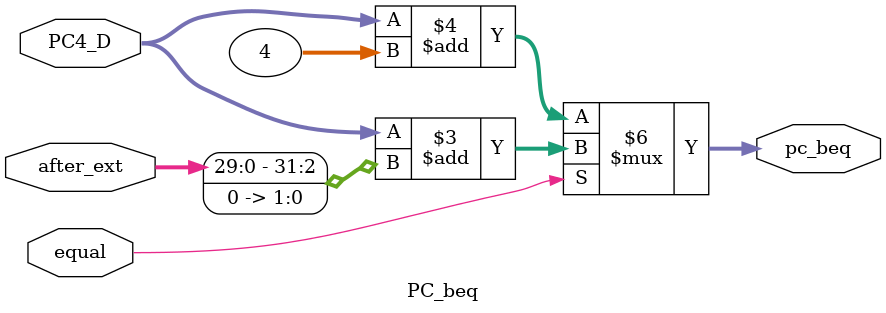
<source format=v>
`timescale 1ns / 1ps
module PC_beq(
   input[31:0] after_ext,
	input[31:0] PC4_D,
	input equal,
	output reg[31:0] pc_beq
    );
	   always@(*)begin
		  if(equal)begin
          pc_beq=PC4_D+(after_ext<<2);
		  end
		  else begin
		    pc_beq=PC4_D+4;
		  end
	  end
		 
endmodule

</source>
